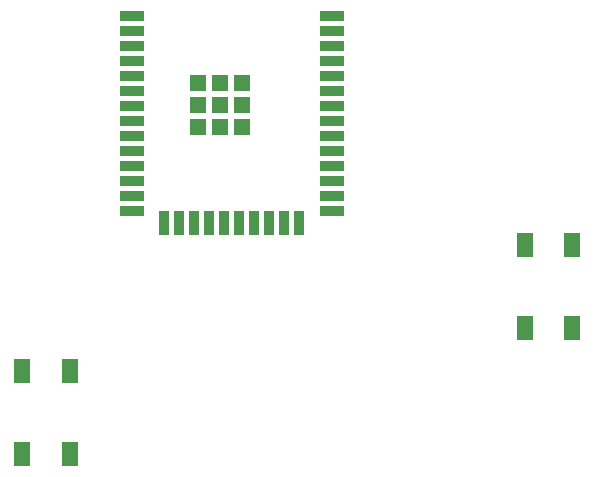
<source format=gbr>
G04*
G04 #@! TF.GenerationSoftware,Altium Limited,Altium Designer,22.4.2 (48)*
G04*
G04 Layer_Color=8421504*
%FSLAX25Y25*%
%MOIN*%
G70*
G04*
G04 #@! TF.SameCoordinates,897C8E4D-7720-40B5-A877-0FB78C4BABC8*
G04*
G04*
G04 #@! TF.FilePolarity,Positive*
G04*
G01*
G75*
%ADD15R,0.05512X0.07874*%
%ADD16R,0.05236X0.05236*%
%ADD17R,0.03543X0.07874*%
%ADD18R,0.07874X0.03543*%
D15*
X383874Y350280D02*
D03*
Y322721D02*
D03*
X368126Y350280D02*
D03*
Y322721D02*
D03*
X551374Y392280D02*
D03*
Y364720D02*
D03*
X535626Y392280D02*
D03*
Y364720D02*
D03*
D16*
X441252Y431748D02*
D03*
X434028D02*
D03*
X426803D02*
D03*
X441252Y438972D02*
D03*
X434028D02*
D03*
X426803D02*
D03*
X441252Y446197D02*
D03*
X434028D02*
D03*
X426803D02*
D03*
D17*
X460465Y399563D02*
D03*
X455465D02*
D03*
X450465D02*
D03*
X445465D02*
D03*
X440465D02*
D03*
X435465D02*
D03*
X430465D02*
D03*
X425465D02*
D03*
X420465D02*
D03*
X415465D02*
D03*
D18*
X471429Y468500D02*
D03*
Y463500D02*
D03*
Y458500D02*
D03*
Y453500D02*
D03*
Y448500D02*
D03*
Y443500D02*
D03*
Y438500D02*
D03*
Y433500D02*
D03*
Y428500D02*
D03*
Y423500D02*
D03*
Y418500D02*
D03*
Y413500D02*
D03*
Y408500D02*
D03*
Y403500D02*
D03*
X404500D02*
D03*
Y408500D02*
D03*
Y413500D02*
D03*
Y418500D02*
D03*
Y423500D02*
D03*
Y428500D02*
D03*
Y433500D02*
D03*
Y438500D02*
D03*
Y443500D02*
D03*
Y448500D02*
D03*
Y453500D02*
D03*
Y458500D02*
D03*
Y463500D02*
D03*
Y468500D02*
D03*
M02*

</source>
